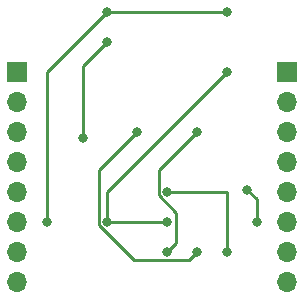
<source format=gbl>
%TF.GenerationSoftware,KiCad,Pcbnew,7.0.7*%
%TF.CreationDate,2024-10-03T15:52:36-07:00*%
%TF.ProjectId,Zoe_PCB,5a6f655f-5043-4422-9e6b-696361645f70,rev?*%
%TF.SameCoordinates,Original*%
%TF.FileFunction,Copper,L2,Bot*%
%TF.FilePolarity,Positive*%
%FSLAX46Y46*%
G04 Gerber Fmt 4.6, Leading zero omitted, Abs format (unit mm)*
G04 Created by KiCad (PCBNEW 7.0.7) date 2024-10-03 15:52:36*
%MOMM*%
%LPD*%
G01*
G04 APERTURE LIST*
%TA.AperFunction,ComponentPad*%
%ADD10R,1.700000X1.700000*%
%TD*%
%TA.AperFunction,ComponentPad*%
%ADD11O,1.700000X1.700000*%
%TD*%
%TA.AperFunction,ViaPad*%
%ADD12C,0.800000*%
%TD*%
%TA.AperFunction,Conductor*%
%ADD13C,0.250000*%
%TD*%
G04 APERTURE END LIST*
D10*
%TO.P,J2,1,Pin_1*%
%TO.N,unconnected-(J2-Pin_1-Pad1)*%
X149860000Y-88900000D03*
D11*
%TO.P,J2,2,Pin_2*%
%TO.N,unconnected-(J2-Pin_2-Pad2)*%
X149860000Y-91440000D03*
%TO.P,J2,3,Pin_3*%
%TO.N,unconnected-(J2-Pin_3-Pad3)*%
X149860000Y-93980000D03*
%TO.P,J2,4,Pin_4*%
%TO.N,unconnected-(J2-Pin_4-Pad4)*%
X149860000Y-96520000D03*
%TO.P,J2,5,Pin_5*%
%TO.N,unconnected-(J2-Pin_5-Pad5)*%
X149860000Y-99060000D03*
%TO.P,J2,6,Pin_6*%
%TO.N,unconnected-(J2-Pin_6-Pad6)*%
X149860000Y-101600000D03*
%TO.P,J2,7,Pin_7*%
%TO.N,unconnected-(J2-Pin_7-Pad7)*%
X149860000Y-104140000D03*
%TO.P,J2,8,Pin_8*%
%TO.N,unconnected-(J2-Pin_8-Pad8)*%
X149860000Y-106680000D03*
%TD*%
D10*
%TO.P,J1,1,Pin_1*%
%TO.N,unconnected-(J1-Pin_1-Pad1)*%
X127000000Y-88900000D03*
D11*
%TO.P,J1,2,Pin_2*%
%TO.N,unconnected-(J1-Pin_2-Pad2)*%
X127000000Y-91440000D03*
%TO.P,J1,3,Pin_3*%
%TO.N,/CS*%
X127000000Y-93980000D03*
%TO.P,J1,4,Pin_4*%
%TO.N,/SCK*%
X127000000Y-96520000D03*
%TO.P,J1,5,Pin_5*%
%TO.N,/MISO*%
X127000000Y-99060000D03*
%TO.P,J1,6,Pin_6*%
%TO.N,/MOSI*%
X127000000Y-101600000D03*
%TO.P,J1,7,Pin_7*%
%TO.N,/+3.3V*%
X127000000Y-104140000D03*
%TO.P,J1,8,Pin_8*%
%TO.N,GND*%
X127000000Y-106680000D03*
%TD*%
D12*
%TO.N,Net-(D2-K)*%
X142240000Y-104140000D03*
%TO.N,Net-(D1-K)*%
X139700000Y-99060000D03*
X144780000Y-104140000D03*
%TO.N,/+3.3V*%
X144780000Y-83820000D03*
X129540000Y-101600000D03*
X134620000Y-83820000D03*
%TO.N,Net-(D2-K)*%
X137160000Y-93980000D03*
%TO.N,/SCK*%
X132592300Y-94492300D03*
X134620000Y-86360000D03*
%TO.N,Net-(D3-K)*%
X139700000Y-104140000D03*
X142240000Y-93980000D03*
%TO.N,Net-(D4-K)*%
X146489502Y-98865898D03*
X147320000Y-101600000D03*
%TO.N,/MOSI*%
X134620000Y-101600000D03*
X144780000Y-88900000D03*
X139700000Y-101600000D03*
%TD*%
D13*
%TO.N,Net-(D2-K)*%
X141515000Y-104865000D02*
X142240000Y-104140000D01*
X136859695Y-104865000D02*
X141515000Y-104865000D01*
%TO.N,Net-(D1-K)*%
X144780000Y-99060000D02*
X144780000Y-104140000D01*
X139700000Y-99060000D02*
X144780000Y-99060000D01*
%TO.N,/+3.3V*%
X129540000Y-101600000D02*
X129540000Y-88900000D01*
X129540000Y-88900000D02*
X132080000Y-86360000D01*
X134620000Y-83820000D02*
X144780000Y-83820000D01*
X132080000Y-86360000D02*
X134620000Y-83820000D01*
%TO.N,Net-(D2-K)*%
X133895000Y-97245000D02*
X133895000Y-101900305D01*
X133895000Y-101900305D02*
X136859695Y-104865000D01*
X137160000Y-93980000D02*
X133895000Y-97245000D01*
%TO.N,/SCK*%
X132592300Y-94492300D02*
X132592300Y-88387700D01*
X132592300Y-88387700D02*
X134620000Y-86360000D01*
%TO.N,Net-(D3-K)*%
X142240000Y-93980000D02*
X138975000Y-97245000D01*
X140425000Y-100810305D02*
X140425000Y-103415000D01*
X140425000Y-103415000D02*
X139700000Y-104140000D01*
X138975000Y-99360305D02*
X140425000Y-100810305D01*
X138975000Y-97245000D02*
X138975000Y-99360305D01*
%TO.N,Net-(D4-K)*%
X147320000Y-99696396D02*
X147320000Y-101600000D01*
X146489502Y-98865898D02*
X147320000Y-99696396D01*
%TO.N,/MOSI*%
X134620000Y-101600000D02*
X134620000Y-99060000D01*
X134620000Y-101600000D02*
X139700000Y-101600000D01*
X134620000Y-99060000D02*
X144780000Y-88900000D01*
%TD*%
M02*

</source>
